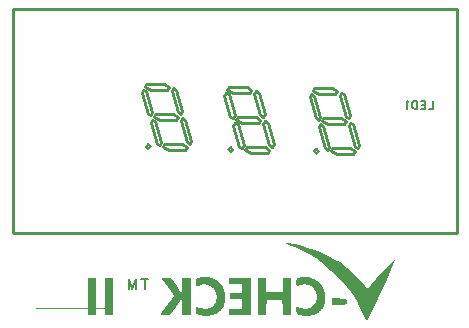
<source format=gbo>
G04 Layer: BottomSilkscreenLayer*
G04 EasyEDA Pro v1.9.29.eba1c1, 2023-03-25 18:59:35*
G04 Gerber Generator version 0.3*
G04 Scale: 100 percent, Rotated: No, Reflected: No*
G04 Dimensions in millimeters*
G04 Leading zeros omitted, absolute positions, 3 integers and 3 decimals*
%FSLAX33Y33*%
%MOMM*%
%ADD10C,0.1524*%
%ADD11C,0.1*%
%ADD12C,0.254*%
G75*


G04 Image Start*
G36*
G01X5853Y-10538D02*
G01X5853Y-10538D01*
G01X6268Y-10624D01*
G01X6744Y-10749D01*
G01X7259Y-10913D01*
G01X7790Y-11113D01*
G01X8312Y-11340D01*
G01X8819Y-11591D01*
G01X9270Y-11843D01*
G01X9666Y-12092D01*
G01X10008Y-12332D01*
G01X10116Y-12414D01*
G01X10307Y-12570D01*
G01X10735Y-12960D01*
G01X11343Y-13570D01*
G01X11674Y-13934D01*
G01X11809Y-14098D01*
G01X11865Y-14175D01*
G01X12013Y-14392D01*
G01X12163Y-14178D01*
G01X12303Y-13990D01*
G01X12745Y-13460D01*
G01X13637Y-12485D01*
G01X14070Y-12052D01*
G01X14208Y-11928D01*
G01X14262Y-11884D01*
G01X14289Y-11864D01*
G01X14304Y-11854D01*
G01X14318Y-11846D01*
G01X14324Y-11843D01*
G01X14329Y-11840D01*
G01X14334Y-11839D01*
G01X14338Y-11837D01*
G01X14342D01*
G01X14345D01*
G01X14348Y-11838D01*
G01X14350Y-11839D01*
G01X14351Y-11862D01*
G01X14338Y-11911D01*
G01X14275Y-12085D01*
G01X13547Y-13734D01*
G01X12204Y-16516D01*
G01X12018Y-16857D01*
G01X11977Y-16924D01*
G01X11946Y-16966D01*
G01X11929Y-16980D01*
G01X11913Y-16966D01*
G01X11886Y-16926D01*
G01X11806Y-16781D01*
G01X11576Y-16306D01*
G01X11311Y-15760D01*
G01X11072Y-15326D01*
G01X10838Y-14949D01*
G01X10587Y-14585D01*
G01X10295Y-14206D01*
G01X9934Y-13784D01*
G01X9539Y-13364D01*
G01X8944Y-12784D01*
G01X8462Y-12360D01*
G01X8039Y-12024D01*
G01X7641Y-11740D01*
G01X7250Y-11490D01*
G01X6848Y-11261D01*
G01X6401Y-11035D01*
G01X5898Y-10814D01*
G01X5747Y-10753D01*
G01X5157Y-10510D01*
G01X5079Y-10472D01*
G01X5049Y-10456D01*
G01X5036Y-10447D01*
G01X5029Y-10442D01*
G01X5023Y-10437D01*
G01X5021Y-10435D01*
G01X5019Y-10433D01*
G01X5018Y-10431D01*
G01X5017Y-10429D01*
G01X5016Y-10427D01*
G01Y-10426D01*
G01Y-10424D01*
G01Y-10423D01*
G01X5017Y-10421D01*
G01X5018Y-10420D01*
G01X5020Y-10419D01*
G01X5022Y-10418D01*
G01X5024Y-10417D01*
G01X5027Y-10416D01*
G01X5030D01*
G01X5038Y-10415D01*
G01X5047Y-10414D01*
G01X5063D01*
G01X5098Y-10416D01*
G01X5186Y-10425D01*
G01X5853Y-10538D01*
G37*
G36*
G01X5528Y-14966D02*
G01X5528Y-16545D01*
G01X5181D01*
G01X4835D01*
G01X4809Y-15909D01*
G01X4783Y-15273D01*
G01X4126D01*
G01X3468D01*
G01X3443Y-15909D01*
G01X3417Y-16545D01*
G01X3068D01*
G01X2720D01*
G01X2743Y-14988D01*
G01X2767Y-13432D01*
G01X3096Y-13405D01*
G01X3425Y-13378D01*
G01Y-13997D01*
G01Y-14616D01*
G01X4126D01*
G01X4827D01*
G01Y-14002D01*
G01Y-13388D01*
G01X5177D01*
G01X5528D01*
G01Y-14966D01*
G37*
G36*
G01X-1093Y-13435D02*
G01X-1093Y-13435D01*
G01X-983Y-13480D01*
G01X-894Y-13523D01*
G01X-809Y-13570D01*
G01X-729Y-13620D01*
G01X-666Y-13664D01*
G01X-606Y-13711D01*
G01X-549Y-13761D01*
G01X-495Y-13813D01*
G01X-444Y-13867D01*
G01X-397Y-13924D01*
G01X-352Y-13984D01*
G01X-311Y-14046D01*
G01X-273Y-14111D01*
G01X-238Y-14179D01*
G01X-206Y-14249D01*
G01X-172Y-14336D01*
G01X-142Y-14427D01*
G01X-117Y-14522D01*
G01X-96Y-14621D01*
G01X-77Y-14741D01*
G01X-64Y-14866D01*
G01X-57Y-15016D01*
G01Y-15054D01*
G01X-59Y-15184D01*
G01X-66Y-15296D01*
G01X-78Y-15391D01*
G01X-94Y-15482D01*
G01X-112Y-15558D01*
G01X-133Y-15633D01*
G01X-157Y-15704D01*
G01X-186Y-15773D01*
G01X-218Y-15840D01*
G01X-248Y-15895D01*
G01X-281Y-15949D01*
G01X-323Y-16010D01*
G01X-369Y-16068D01*
G01X-419Y-16125D01*
G01X-473Y-16181D01*
G01X-539Y-16242D01*
G01X-610Y-16301D01*
G01X-629Y-16315D01*
G01X-681Y-16352D01*
G01X-736Y-16386D01*
G01X-795Y-16418D01*
G01X-879Y-16458D01*
G01X-969Y-16493D01*
G01X-1063Y-16523D01*
G01X-1160Y-16550D01*
G01X-1287Y-16576D01*
G01X-1416Y-16595D01*
G01X-1548Y-16607D01*
G01X-1680Y-16610D01*
G01X-1812Y-16606D01*
G01X-1916Y-16597D01*
G01X-2017Y-16582D01*
G01X-2116Y-16562D01*
G01X-2164Y-16550D01*
G01X-2316Y-16506D01*
G01X-2369Y-16487D01*
G01X-2396Y-16476D01*
G01X-2420Y-16464D01*
G01X-2434Y-16456D01*
G01X-2447Y-16447D01*
G01X-2459Y-16438D01*
G01X-2470Y-16429D01*
G01X-2480Y-16419D01*
G01X-2489Y-16408D01*
G01X-2496Y-16397D01*
G01X-2503Y-16385D01*
G01X-2509Y-16372D01*
G01X-2514Y-16359D01*
G01X-2519Y-16344D01*
G01X-2523Y-16329D01*
G01X-2527Y-16304D01*
G01X-2531Y-16267D01*
G01X-2534Y-16201D01*
G01X-2535Y-16137D01*
G01X-2533Y-16030D01*
G01X-2529Y-15980D01*
G01X-2525Y-15952D01*
G01X-2520Y-15929D01*
G01X-2517Y-15918D01*
G01X-2514Y-15909D01*
G01X-2510Y-15901D01*
G01X-2506Y-15894D01*
G01X-2502Y-15887D01*
G01X-2497Y-15882D01*
G01X-2492Y-15877D01*
G01X-2487Y-15874D01*
G01X-2480Y-15871D01*
G01X-2474Y-15868D01*
G01X-2467Y-15867D01*
G01X-2460D01*
G01X-2452D01*
G01X-2443Y-15868D01*
G01X-2434Y-15869D01*
G01X-2415Y-15874D01*
G01X-2393Y-15882D01*
G01X-2381Y-15886D01*
G01X-2319Y-15909D01*
G01X-2236Y-15935D01*
G01X-2149Y-15956D01*
G01X-2040Y-15976D01*
G01X-1930Y-15989D01*
G01X-1819Y-15997D01*
G01X-1710Y-15998D01*
G01X-1621Y-15995D01*
G01X-1537Y-15986D01*
G01X-1473Y-15977D01*
G01X-1412Y-15964D01*
G01X-1370Y-15953D01*
G01X-1330Y-15940D01*
G01X-1305Y-15930D01*
G01X-1270Y-15914D01*
G01X-1235Y-15896D01*
G01X-1202Y-15876D01*
G01X-1169Y-15854D01*
G01X-1138Y-15830D01*
G01X-1108Y-15804D01*
G01X-1079Y-15777D01*
G01X-1043Y-15738D01*
G01X-1008Y-15696D01*
G01X-976Y-15652D01*
G01X-946Y-15606D01*
G01X-918Y-15557D01*
G01X-893Y-15507D01*
G01X-865Y-15442D01*
G01X-840Y-15374D01*
G01X-820Y-15304D01*
G01X-803Y-15233D01*
G01X-790Y-15160D01*
G01X-781Y-15087D01*
G01X-777Y-15013D01*
G01Y-14939D01*
G01X-781Y-14865D01*
G01X-789Y-14791D01*
G01X-799Y-14733D01*
G01X-812Y-14676D01*
G01X-828Y-14619D01*
G01X-847Y-14564D01*
G01X-869Y-14510D01*
G01X-894Y-14458D01*
G01X-922Y-14407D01*
G01X-953Y-14358D01*
G01X-962Y-14347D01*
G01X-997Y-14301D01*
G01X-1035Y-14258D01*
G01X-1076Y-14217D01*
G01X-1121Y-14179D01*
G01X-1168Y-14143D01*
G01X-1218Y-14110D01*
G01X-1269Y-14080D01*
G01X-1323Y-14053D01*
G01X-1378Y-14028D01*
G01X-1435Y-14006D01*
G01X-1493Y-13988D01*
G01X-1552Y-13972D01*
G01X-1612Y-13960D01*
G01X-1672Y-13950D01*
G01X-1732Y-13945D01*
G01X-1792Y-13942D01*
G01X-1852Y-13943D01*
G01X-1911Y-13948D01*
G01X-1970Y-13956D01*
G01X-2027Y-13969D01*
G01X-2083Y-13984D01*
G01X-2101Y-13991D01*
G01X-2286Y-14050D01*
G01X-2390Y-14078D01*
G01X-2433Y-14087D01*
G01X-2451Y-14089D01*
G01X-2460Y-14090D01*
G01X-2479Y-14083D01*
G01X-2494Y-14064D01*
G01X-2507Y-14035D01*
G01X-2518Y-13996D01*
G01X-2525Y-13950D01*
G01X-2530Y-13899D01*
G01X-2533Y-13785D01*
G01X-2525Y-13669D01*
G01X-2518Y-13613D01*
G01X-2508Y-13562D01*
G01X-2495Y-13516D01*
G01X-2481Y-13478D01*
G01X-2464Y-13449D01*
G01X-2445Y-13431D01*
G01X-2424Y-13419D01*
G01X-2400Y-13409D01*
G01X-2372Y-13399D01*
G01X-2309Y-13381D01*
G01X-2235Y-13367D01*
G01X-2108Y-13350D01*
G01X-1967Y-13341D01*
G01X-1767Y-13338D01*
G01X-1563Y-13348D01*
G01X-1416Y-13363D01*
G01X-1280Y-13384D01*
G01X-1198Y-13402D01*
G01X-1125Y-13423D01*
G01X-1093Y-13435D01*
G37*
G36*
G01X7518Y-13519D02*
G01X7518Y-13519D01*
G01X7629Y-13579D01*
G01X7720Y-13635D01*
G01X7794Y-13685D01*
G01X7864Y-13738D01*
G01X7929Y-13794D01*
G01X7981Y-13843D01*
G01X8030Y-13895D01*
G01X8075Y-13948D01*
G01X8117Y-14004D01*
G01X8157Y-14061D01*
G01X8193Y-14121D01*
G01X8226Y-14183D01*
G01X8256Y-14248D01*
G01X8288Y-14327D01*
G01X8316Y-14409D01*
G01X8340Y-14495D01*
G01X8363Y-14598D01*
G01X8384Y-14721D01*
G01X8391Y-14777D01*
G01X8408Y-14961D01*
G01X8414Y-15107D01*
G01X8412Y-15231D01*
G01X8405Y-15337D01*
G01X8394Y-15427D01*
G01X8380Y-15502D01*
G01X8363Y-15575D01*
G01X8342Y-15645D01*
G01X8318Y-15713D01*
G01X8294Y-15770D01*
G01X8267Y-15825D01*
G01X8233Y-15887D01*
G01X8195Y-15948D01*
G01X8153Y-16008D01*
G01X8107Y-16066D01*
G01X8049Y-16131D01*
G01X8042Y-16139D01*
G01X7989Y-16192D01*
G01X7934Y-16242D01*
G01X7877Y-16289D01*
G01X7818Y-16333D01*
G01X7757Y-16373D01*
G01X7694Y-16411D01*
G01X7629Y-16445D01*
G01X7561Y-16476D01*
G01X7469Y-16512D01*
G01X7373Y-16542D01*
G01X7274Y-16567D01*
G01X7171Y-16586D01*
G01X7066Y-16599D01*
G01X6957Y-16606D01*
G01X6845Y-16608D01*
G01X6701Y-16601D01*
G01X6553Y-16586D01*
G01X6492Y-16577D01*
G01X6240Y-16533D01*
G01X6189Y-16521D01*
G01X6155Y-16512D01*
G01X6126Y-16501D01*
G01X6109Y-16494D01*
G01X6094Y-16486D01*
G01X6080Y-16477D01*
G01X6067Y-16468D01*
G01X6056Y-16457D01*
G01X6046Y-16446D01*
G01X6037Y-16435D01*
G01X6029Y-16422D01*
G01X6022Y-16408D01*
G01X6016Y-16392D01*
G01X6010Y-16376D01*
G01X6004Y-16349D01*
G01X5997Y-16308D01*
G01X5986Y-16206D01*
G01X5982Y-16160D01*
G01X5973Y-16019D01*
G01Y-15975D01*
G01X5974Y-15945D01*
G01X5976Y-15926D01*
G01X5978Y-15915D01*
G01X5980Y-15905D01*
G01X5983Y-15897D01*
G01X5984Y-15893D01*
G01X5986Y-15889D01*
G01X5988Y-15885D01*
G01X5990Y-15882D01*
G01X5992Y-15879D01*
G01X5994Y-15876D01*
G01X5996Y-15874D01*
G01X5999Y-15872D01*
G01X6001Y-15870D01*
G01X6004Y-15868D01*
G01X6007Y-15866D01*
G01X6010Y-15865D01*
G01X6013Y-15864D01*
G01X6016Y-15863D01*
G01X6019Y-15862D01*
G01X6023D01*
G01X6027Y-15861D01*
G01X6030D01*
G01X6039Y-15862D01*
G01X6047Y-15863D01*
G01X6057Y-15865D01*
G01X6072Y-15869D01*
G01X6095Y-15877D01*
G01X6114Y-15884D01*
G01X6152Y-15898D01*
G01X6256Y-15928D01*
G01X6418Y-15964D01*
G01X6587Y-15993D01*
G01X6647Y-16000D01*
G01X6706Y-16003D01*
G01X6764D01*
G01X6820Y-16000D01*
G01X6876Y-15994D01*
G01X6930Y-15984D01*
G01X6983Y-15972D01*
G01X7034Y-15956D01*
G01X7085Y-15938D01*
G01X7133Y-15917D01*
G01X7180Y-15894D01*
G01X7226Y-15868D01*
G01X7270Y-15840D01*
G01X7312Y-15810D01*
G01X7352Y-15777D01*
G01X7391Y-15742D01*
G01X7427Y-15705D01*
G01X7462Y-15667D01*
G01X7495Y-15626D01*
G01X7526Y-15584D01*
G01X7554Y-15540D01*
G01X7581Y-15495D01*
G01X7605Y-15449D01*
G01X7633Y-15384D01*
G01X7658Y-15318D01*
G01X7678Y-15250D01*
G01X7690Y-15198D01*
G01X7699Y-15145D01*
G01X7706Y-15091D01*
G01X7710Y-15037D01*
G01X7712Y-14982D01*
G01X7710Y-14927D01*
G01X7706Y-14871D01*
G01X7699Y-14815D01*
G01X7689Y-14759D01*
G01X7675Y-14703D01*
G01X7659Y-14648D01*
G01X7640Y-14592D01*
G01X7617Y-14536D01*
G01X7591Y-14481D01*
G01X7561Y-14427D01*
G01X7540Y-14391D01*
G01X7500Y-14330D01*
G01X7458Y-14275D01*
G01X7414Y-14223D01*
G01X7368Y-14176D01*
G01X7336Y-14148D01*
G01X7302Y-14121D01*
G01X7268Y-14096D01*
G01X7232Y-14073D01*
G01X7196Y-14052D01*
G01X7158Y-14034D01*
G01X7119Y-14017D01*
G01X7078Y-14001D01*
G01X7037Y-13988D01*
G01X6972Y-13972D01*
G01X6905Y-13961D01*
G01X6834Y-13953D01*
G01X6760Y-13950D01*
G01X6684Y-13951D01*
G01X6576Y-13959D01*
G01X6463Y-13975D01*
G01X6313Y-14005D01*
G01X6153Y-14046D01*
G01X6120Y-14056D01*
G01X6097Y-14062D01*
G01X6077Y-14066D01*
G01X6059Y-14067D01*
G01X6043Y-14066D01*
G01X6028Y-14062D01*
G01X6016Y-14056D01*
G01X6005Y-14046D01*
G01X5996Y-14033D01*
G01X5988Y-14017D01*
G01X5982Y-13997D01*
G01X5976Y-13974D01*
G01X5972Y-13946D01*
G01X5968Y-13879D01*
G01X5966Y-13794D01*
G01X5969Y-13684D01*
G01X5973Y-13631D01*
G01X5978Y-13595D01*
G01X5983Y-13573D01*
G01X5989Y-13553D01*
G01X5996Y-13534D01*
G01X6004Y-13516D01*
G01X6013Y-13500D01*
G01X6024Y-13484D01*
G01X6036Y-13470D01*
G01X6049Y-13457D01*
G01X6065Y-13445D01*
G01X6082Y-13434D01*
G01X6100Y-13423D01*
G01X6121Y-13414D01*
G01X6144Y-13405D01*
G01X6182Y-13393D01*
G01X6225Y-13382D01*
G01X6308Y-13366D01*
G01X6500Y-13342D01*
G01X6604Y-13331D01*
G01X6751Y-13320D01*
G01X6839Y-13319D01*
G01X6907Y-13321D01*
G01X6973Y-13326D01*
G01X7024Y-13333D01*
G01X7074Y-13343D01*
G01X7137Y-13359D01*
G01X7202Y-13379D01*
G01X7284Y-13410D01*
G01X7402Y-13462D01*
G01X7518Y-13519D01*
G37*
G36*
G01X-2973Y-14966D02*
G01X-2973Y-16545D01*
G01X-3320D01*
G01X-3667D01*
G01X-3692Y-15834D01*
G01X-3718Y-15122D01*
G01X-4200Y-15832D01*
G01X-4682Y-16541D01*
G01X-5098Y-16543D01*
G01X-5222Y-16540D01*
G01X-5330Y-16532D01*
G01X-5392Y-16524D01*
G01X-5431Y-16517D01*
G01X-5454Y-16512D01*
G01X-5473Y-16506D01*
G01X-5489Y-16500D01*
G01X-5496Y-16497D01*
G01X-5501Y-16494D01*
G01X-5506Y-16491D01*
G01X-5510Y-16487D01*
G01X-5512Y-16484D01*
G01X-5514Y-16481D01*
G01Y-16477D01*
G01X-5507Y-16455D01*
G01X-5487Y-16417D01*
G01X-5411Y-16304D01*
G01X-5232Y-16070D01*
G01X-5161Y-15983D01*
G01X-4886Y-15630D01*
G01X-4714Y-15389D01*
G01X-4661Y-15305D01*
G01X-4621Y-15242D01*
G01X-4582Y-15186D01*
G01X-4543Y-15136D01*
G01X-4514Y-15104D01*
G01X-4494Y-15084D01*
G01X-4482Y-15074D01*
G01X-4471Y-15065D01*
G01X-4466Y-15062D01*
G01X-4461Y-15059D01*
G01X-4456Y-15057D01*
G01X-4452Y-15055D01*
G01X-4448Y-15054D01*
G01X-4444D01*
G01X-4430Y-15053D01*
G01X-4418Y-15051D01*
G01X-4407Y-15048D01*
G01X-4398Y-15043D01*
G01X-4391Y-15037D01*
G01X-4385Y-15029D01*
G01X-4382Y-15020D01*
G01X-4379Y-15009D01*
G01Y-14997D01*
G01X-4380Y-14983D01*
G01X-4384Y-14967D01*
G01X-4389Y-14949D01*
G01X-4395Y-14930D01*
G01X-4415Y-14886D01*
G01X-4441Y-14834D01*
G01X-4496Y-14742D01*
G01X-4660Y-14498D01*
G01X-4901Y-14170D01*
G01X-5369Y-13525D01*
G01X-5413Y-13457D01*
G01X-5422Y-13440D01*
G01X-5425Y-13435D01*
G01X-5426Y-13433D01*
G01X-5427Y-13431D01*
G01Y-13430D01*
G01X-5419Y-13421D01*
G01X-5396Y-13414D01*
G01X-5359Y-13407D01*
G01X-5253Y-13395D01*
G01X-5034Y-13388D01*
G01X-4641D01*
G01X-4158Y-14111D01*
G01X-3674Y-14833D01*
G01Y-14111D01*
G01Y-13388D01*
G01X-3323D01*
G01X-2973D01*
G01Y-14966D01*
G37*
G36*
G01X2110Y-14966D02*
G01X2110Y-16545D01*
G01X1190D01*
G01X270D01*
G01Y-16282D01*
G01Y-16019D01*
G01X839D01*
G01X1409D01*
G01Y-15624D01*
G01Y-15229D01*
G01X883D01*
G01X357D01*
G01Y-14966D01*
G01Y-14703D01*
G01X883D01*
G01X1409D01*
G01Y-14309D01*
G01Y-13914D01*
G01X839D01*
G01X270D01*
G01Y-13651D01*
G01Y-13388D01*
G01X1190D01*
G01X2110D01*
G01Y-14966D01*
G37*
G36*
G01X-10948Y-14966D02*
G01X-10948Y-16545D01*
G01X-11298D01*
G01X-11649D01*
G01Y-14966D01*
G01Y-13388D01*
G01X-11298D01*
G01X-10948D01*
G01Y-14966D01*
G37*
G36*
G01X-9546Y-14966D02*
G01X-9546Y-16545D01*
G01X-9896D01*
G01X-10247D01*
G01Y-14966D01*
G01Y-13388D01*
G01X-9896D01*
G01X-9546D01*
G01Y-14966D01*
G37*
G36*
G01X10202Y-15200D02*
G01X10202Y-15200D01*
G01X10214Y-15216D01*
G01X10225Y-15239D01*
G01X10235Y-15268D01*
G01X10243Y-15302D01*
G01X10250Y-15339D01*
G01X10256Y-15379D01*
G01X10259Y-15421D01*
G01X10260Y-15463D01*
G01X10259Y-15513D01*
G01X10256Y-15542D01*
G01X10254Y-15555D01*
G01X10251Y-15566D01*
G01X10247Y-15577D01*
G01X10242Y-15588D01*
G01X10236Y-15597D01*
G01X10229Y-15606D01*
G01X10220Y-15614D01*
G01X10211Y-15621D01*
G01X10200Y-15627D01*
G01X10187Y-15633D01*
G01X10173Y-15639D01*
G01X10157Y-15643D01*
G01X10119Y-15651D01*
G01X10074Y-15657D01*
G01X9989Y-15663D01*
G01X9647Y-15668D01*
G01X9033D01*
G01Y-15405D01*
G01Y-15142D01*
G01X9589D01*
G01X9847Y-15148D01*
G01X10018Y-15161D01*
G01X10099Y-15171D01*
G01X10142Y-15179D01*
G01X10165Y-15184D01*
G01X10179Y-15189D01*
G01X10187Y-15191D01*
G01X10193Y-15194D01*
G01X10196Y-15196D01*
G01X10198Y-15197D01*
G01X10200Y-15199D01*
G01X10202Y-15200D01*
G37*
G04 Image End*
G04 Image End*

G04 Text Start*
G04 //text: LED1*
G54D10*
G01X17577Y1577D02*
G01X17577Y927D01*
G01X17577Y927D02*
G01X17206Y927D01*
G01X16904Y1577D02*
G01X16904Y927D01*
G01X16904Y1577D02*
G01X16502Y1577D01*
G01X16904Y1267D02*
G01X16657Y1267D01*
G01X16904Y927D02*
G01X16502Y927D01*
G01X16200Y1577D02*
G01X16200Y927D01*
G01X16200Y1577D02*
G01X15984Y1577D01*
G01X15890Y1547D01*
G01X15829Y1486D01*
G01X15799Y1422D01*
G01X15768Y1331D01*
G01Y1176D01*
G01X15799Y1082D01*
G01X15829Y1021D01*
G01X15890Y958D01*
G01X15984Y927D01*
G01X16200D01*
G01X15466Y1453D02*
G01X15405Y1486D01*
G01X15311Y1577D01*
G01Y927D01*
G04 //text: TM*
G01X-6876Y-13485D02*
G01X-6876Y-14333D01*
G01X-6591Y-13485D02*
G01X-7158Y-13485D01*
G01X-7582Y-13485D02*
G01X-7582Y-14333D01*
G01X-7582Y-13485D02*
G01X-7904Y-14333D01*
G01X-8230Y-13485D02*
G01X-7904Y-14333D01*
G01X-8230Y-13485D02*
G01X-8230Y-14333D01*
G04 Text End*

G04 PolygonModel Start*
G54D11*
G01X-9598Y-15929D02*
G01X-16036Y-15929D01*
G54D12*
G01X-3048Y-2032D02*
G01X-3302Y-1905D01*
G01X-3302Y-2286D02*
G01X-3683Y-2032D01*
G01X-3683Y-2032D02*
G01X-5207Y-2032D01*
G01X-5207Y-2032D02*
G01X-5334Y-2286D01*
G01X-5334Y-2286D02*
G01X-4826Y-2540D01*
G01X-4826Y-2540D02*
G01X-3429Y-2540D01*
G01X-3429Y-2540D02*
G01X-3302Y-2286D01*
G01X-4826Y2794D02*
G01X-5207Y3048D01*
G01X-5207Y3048D02*
G01X-6731Y3048D01*
G01X-6731Y3048D02*
G01X-6858Y2794D01*
G01X-6858Y2794D02*
G01X-6350Y2540D01*
G01X-6350Y2540D02*
G01X-4953Y2540D01*
G01X-4953Y2540D02*
G01X-4826Y2794D01*
G01X-4445Y508D02*
G01X-5969Y508D01*
G01X-5969Y508D02*
G01X-6096Y254D01*
G01X-6096Y254D02*
G01X-5588Y-0D01*
G01X-5588Y-0D02*
G01X-4191Y-0D01*
G01X-4191Y-0D02*
G01X-4064Y254D01*
G01X-4064Y254D02*
G01X-4445Y508D01*
G01X-6223Y-0D02*
G01X-5969Y-127D01*
G01X-5969Y-127D02*
G01X-5461Y-1905D01*
G01X-5461Y-1905D02*
G01X-5588Y-2159D01*
G01X-5588Y-2159D02*
G01X-5842Y-2032D01*
G01X-5842Y-2032D02*
G01X-6350Y-254D01*
G01X-6350Y-254D02*
G01X-6223Y-0D01*
G01X-3683Y127D02*
G01X-3429Y-0D01*
G01X-3429Y-0D02*
G01X-2921Y-1778D01*
G01X-2921Y-1778D02*
G01X-3048Y-2032D01*
G01X-3048Y-2032D02*
G01X-3302Y-1905D01*
G01X-3302Y-1905D02*
G01X-3810Y-127D01*
G01X-3810Y-127D02*
G01X-3683Y127D01*
G01X-6731Y2413D02*
G01X-6985Y2540D01*
G01X-6985Y2540D02*
G01X-6731Y2413D01*
G01X-6731Y2413D02*
G01X-6223Y635D01*
G01X-6223Y635D02*
G01X-6350Y381D01*
G01X-6350Y381D02*
G01X-6604Y508D01*
G01X-6604Y508D02*
G01X-7112Y2286D01*
G01X-7112Y2286D02*
G01X-6985Y2540D01*
G01X-4572Y2413D02*
G01X-4445Y2667D01*
G01X-4445Y2667D02*
G01X-4191Y2540D01*
G01X-4191Y2540D02*
G01X-3683Y762D01*
G01X-3683Y762D02*
G01X-3810Y508D01*
G01X-3810Y508D02*
G01X-4064Y635D01*
G01X-4064Y635D02*
G01X-4572Y2413D01*
G01X-4572Y2413D02*
G01X-4445Y2667D01*
G01X-4445Y2667D02*
G01X-4191Y2540D01*
G01X11176Y-2413D02*
G01X10922Y-2286D01*
G01X10922Y-2667D02*
G01X10541Y-2413D01*
G01X10541Y-2413D02*
G01X9017Y-2413D01*
G01X9017Y-2413D02*
G01X8890Y-2667D01*
G01X8890Y-2667D02*
G01X9398Y-2921D01*
G01X9398Y-2921D02*
G01X10795Y-2921D01*
G01X10795Y-2921D02*
G01X10922Y-2667D01*
G01X9398Y2413D02*
G01X9017Y2667D01*
G01X9017Y2667D02*
G01X7493Y2667D01*
G01X7493Y2667D02*
G01X7366Y2413D01*
G01X7366Y2413D02*
G01X7874Y2159D01*
G01X7874Y2159D02*
G01X9271Y2159D01*
G01X9271Y2159D02*
G01X9398Y2413D01*
G01X9779Y127D02*
G01X8255Y127D01*
G01X8255Y127D02*
G01X8128Y-127D01*
G01X8128Y-127D02*
G01X8636Y-381D01*
G01X8636Y-381D02*
G01X10033Y-381D01*
G01X10033Y-381D02*
G01X10160Y-127D01*
G01X10160Y-127D02*
G01X9779Y127D01*
G01X8001Y-381D02*
G01X8255Y-508D01*
G01X8255Y-508D02*
G01X8763Y-2286D01*
G01X8763Y-2286D02*
G01X8636Y-2540D01*
G01X8636Y-2540D02*
G01X8382Y-2413D01*
G01X8382Y-2413D02*
G01X7874Y-635D01*
G01X7874Y-635D02*
G01X8001Y-381D01*
G01X10541Y-254D02*
G01X10795Y-381D01*
G01X10795Y-381D02*
G01X11303Y-2159D01*
G01X11303Y-2159D02*
G01X11176Y-2413D01*
G01X11176Y-2413D02*
G01X10922Y-2286D01*
G01X10922Y-2286D02*
G01X10414Y-508D01*
G01X10414Y-508D02*
G01X10541Y-254D01*
G01X7493Y2032D02*
G01X7239Y2159D01*
G01X7239Y2159D02*
G01X7493Y2032D01*
G01X7493Y2032D02*
G01X8001Y254D01*
G01X8001Y254D02*
G01X7874Y-0D01*
G01X7874Y-0D02*
G01X7620Y127D01*
G01X7620Y127D02*
G01X7112Y1905D01*
G01X7112Y1905D02*
G01X7239Y2159D01*
G01X9652Y2032D02*
G01X9779Y2286D01*
G01X9779Y2286D02*
G01X10033Y2159D01*
G01X10033Y2159D02*
G01X10541Y381D01*
G01X10541Y381D02*
G01X10414Y127D01*
G01X10414Y127D02*
G01X10160Y254D01*
G01X10160Y254D02*
G01X9652Y2032D01*
G01X9652Y2032D02*
G01X9779Y2286D01*
G01X9779Y2286D02*
G01X10033Y2159D01*
G01X2794Y2286D02*
G01X2540Y2413D01*
G01X2540Y2413D02*
G01X2413Y2159D01*
G01X3937Y-2286D02*
G01X3683Y-2159D01*
G01X1016Y-381D02*
G01X1524Y-2159D01*
G01X1524Y-2159D02*
G01X1397Y-2413D01*
G01X1397Y-2413D02*
G01X1143Y-2286D01*
G01X1143Y-2286D02*
G01X635Y-508D01*
G01X635Y-508D02*
G01X762Y-254D01*
G01X762Y-254D02*
G01X1016Y-381D01*
G01X2921Y-0D02*
G01X2540Y254D01*
G01X2540Y254D02*
G01X1016Y254D01*
G01X1016Y254D02*
G01X889Y-0D01*
G01X889Y-0D02*
G01X1397Y-254D01*
G01X1397Y-254D02*
G01X2794Y-254D01*
G01X2794Y-254D02*
G01X2921Y-0D01*
G01X1778Y2794D02*
G01X254Y2794D01*
G01X254Y2794D02*
G01X127Y2540D01*
G01X127Y2540D02*
G01X635Y2286D01*
G01X635Y2286D02*
G01X2032Y2286D01*
G01X2032Y2286D02*
G01X2159Y2540D01*
G01X2159Y2540D02*
G01X1778Y2794D01*
G01X0Y2286D02*
G01X-127Y2032D01*
G01X-127Y2032D02*
G01X381Y254D01*
G01X381Y254D02*
G01X635Y127D01*
G01X635Y127D02*
G01X762Y381D01*
G01X762Y381D02*
G01X254Y2159D01*
G01X254Y2159D02*
G01X0Y2286D01*
G01X0Y2286D02*
G01X254Y2159D01*
G01X2921Y381D02*
G01X2413Y2159D01*
G01X2413Y2159D02*
G01X2540Y2413D01*
G01X2540Y2413D02*
G01X2794Y2286D01*
G01X2794Y2286D02*
G01X3302Y508D01*
G01X3302Y508D02*
G01X3175Y254D01*
G01X3175Y254D02*
G01X2921Y381D01*
G01X3302Y-2286D02*
G01X1778Y-2286D01*
G01X1778Y-2286D02*
G01X1651Y-2540D01*
G01X1651Y-2540D02*
G01X2159Y-2794D01*
G01X2159Y-2794D02*
G01X3556Y-2794D01*
G01X3556Y-2794D02*
G01X3683Y-2540D01*
G01X3683Y-2540D02*
G01X3302Y-2286D01*
G01X3302Y-127D02*
G01X3556Y-254D01*
G01X3556Y-254D02*
G01X4064Y-2032D01*
G01X4064Y-2032D02*
G01X3937Y-2286D01*
G01X3937Y-2286D02*
G01X3683Y-2159D01*
G01X3683Y-2159D02*
G01X3175Y-381D01*
G01X3175Y-381D02*
G01X3302Y-127D01*
G01X-6551Y-2106D02*
G02X-6553Y-2465I-3J-180D01*
G02X-6556Y-2106I0J180D01*
G01X7673Y-2487D02*
G02X7671Y-2846I-3J-180D01*
G02X7668Y-2487I0J180D01*
G01X434Y-2360D02*
G02X432Y-2719I-3J-180D01*
G02X429Y-2360I0J180D01*
G04 PolygonModel End*

G04 Rect Start*
G01X19562Y-9627D02*
G01X19562Y9373D01*
G01X-18038D01*
G01Y-9627D01*
G01X19562D01*
G04 Rect End*

M02*

</source>
